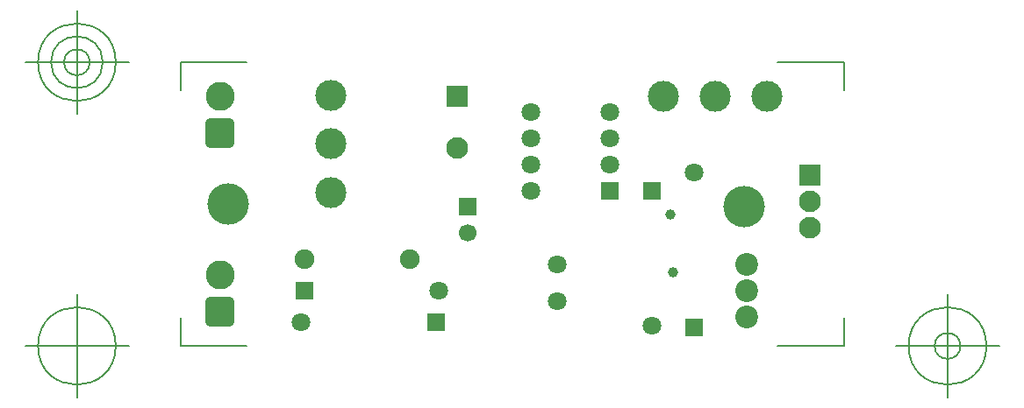
<source format=gbr>
G04 Generated by Ultiboard 14.1 *
%FSLAX34Y34*%
%MOMM*%

%ADD10C,0.0001*%
%ADD11C,0.1270*%
%ADD12C,4.0000*%
%ADD13R,1.8051X1.8051*%
%ADD14C,0.9949*%
%ADD15C,2.8000*%
%ADD16C,1.8000*%
%ADD17C,1.7000*%
%ADD18R,1.7000X1.7000*%
%ADD19C,1.9000*%
%ADD20C,3.0000*%
%ADD21R,1.8000X1.8000*%
%ADD22C,2.1000*%
%ADD23R,2.1000X2.1000*%
%ADD24C,2.2000*%
%ADD25C,1.0000*%


G04 ColorRGB FF00CC for the following layer *
%LNSolder Mask Top*%
%LPD*%
G54D10*
G54D11*
X-2540Y-2540D02*
X-2540Y24892D01*
X-2540Y-2540D02*
X61468Y-2540D01*
X637540Y-2540D02*
X573532Y-2540D01*
X637540Y-2540D02*
X637540Y24892D01*
X637540Y271780D02*
X637540Y244348D01*
X637540Y271780D02*
X573532Y271780D01*
X-2540Y271780D02*
X61468Y271780D01*
X-2540Y271780D02*
X-2540Y244348D01*
X-52540Y-2540D02*
X-152540Y-2540D01*
X-102540Y-52540D02*
X-102540Y47460D01*
X-140040Y-2540D02*
G75*
D01*
G02X-140040Y-2540I37500J0*
G01*
X687540Y-2540D02*
X787540Y-2540D01*
X737540Y-52540D02*
X737540Y47460D01*
X700040Y-2540D02*
G75*
D01*
G02X700040Y-2540I37500J0*
G01*
X725040Y-2540D02*
G75*
D01*
G02X725040Y-2540I12500J0*
G01*
X-52540Y271780D02*
X-152540Y271780D01*
X-102540Y221780D02*
X-102540Y321780D01*
X-140040Y271780D02*
G75*
D01*
G02X-140040Y271780I37500J0*
G01*
X-127540Y271780D02*
G75*
D01*
G02X-127540Y271780I25000J0*
G01*
X-115040Y271780D02*
G75*
D01*
G02X-115040Y271780I12500J0*
G01*
G54D12*
X541020Y132080D03*
X43180Y134620D03*
G54D13*
X35560Y30480D03*
X35560Y203200D03*
G54D14*
X26535Y21455D02*
X44585Y21455D01*
X44585Y39505D01*
X26535Y39505D01*
X26535Y21455D01*D02*
X26535Y194175D02*
X44585Y194175D01*
X44585Y212225D01*
X26535Y212225D01*
X26535Y194175D01*D02*
G54D15*
X35560Y66040D03*
X35560Y238760D03*
G54D16*
X360680Y76200D03*
X360680Y40640D03*
X335280Y147320D03*
X335280Y172720D03*
X411480Y172720D03*
X335280Y198120D03*
X411480Y198120D03*
X335280Y223520D03*
X411480Y223520D03*
X452120Y17320D03*
X113840Y20320D03*
X246840Y50800D03*
X492760Y165240D03*
G54D17*
X274320Y107080D03*
G54D18*
X274320Y132080D03*
G54D19*
X218440Y81280D03*
X116840Y81280D03*
G54D20*
X142240Y146040D03*
X142240Y240040D03*
X142240Y193040D03*
X463080Y238760D03*
X513080Y238760D03*
X563080Y238760D03*
G54D21*
X411480Y147320D03*
X452120Y147320D03*
X243840Y20320D03*
X116840Y50800D03*
X492760Y15240D03*
G54D22*
X604520Y111760D03*
X604520Y137160D03*
X264160Y188760D03*
G54D23*
X604520Y162560D03*
X264160Y238760D03*
G54D24*
X543560Y25400D03*
X543560Y50800D03*
X543560Y76200D03*
G54D25*
X469900Y124460D03*
X472440Y68580D03*

M02*

</source>
